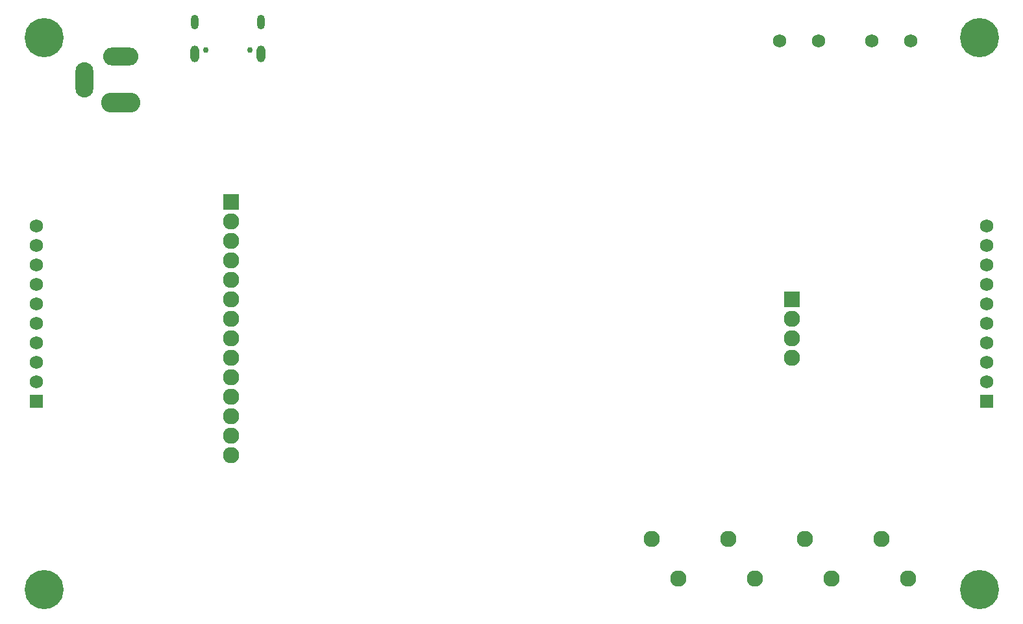
<source format=gbs>
G04*
G04 #@! TF.GenerationSoftware,Altium Limited,Altium Designer,22.8.2 (66)*
G04*
G04 Layer_Color=16711935*
%FSAX25Y25*%
%MOIN*%
G70*
G04*
G04 #@! TF.SameCoordinates,48F98BF4-95A5-4A16-9148-CE3FBF4555CD*
G04*
G04*
G04 #@! TF.FilePolarity,Negative*
G04*
G01*
G75*
%ADD78R,0.06896X0.06896*%
%ADD79C,0.06896*%
%ADD80O,0.04534X0.08668*%
%ADD81O,0.03943X0.07487*%
%ADD82C,0.02959*%
%ADD83O,0.20085X0.10243*%
%ADD84O,0.18117X0.09258*%
%ADD85O,0.09258X0.18117*%
%ADD86C,0.20085*%
%ADD87C,0.08372*%
%ADD88R,0.08372X0.08372*%
D78*
X0397528Y0836988D02*
D03*
X0885717D02*
D03*
D79*
X0397528Y0846988D02*
D03*
Y0856988D02*
D03*
Y0866988D02*
D03*
Y0876988D02*
D03*
Y0886988D02*
D03*
Y0896988D02*
D03*
Y0906988D02*
D03*
Y0916988D02*
D03*
Y0926988D02*
D03*
X0885717Y0846988D02*
D03*
Y0856988D02*
D03*
Y0866988D02*
D03*
Y0876988D02*
D03*
Y0886988D02*
D03*
Y0896988D02*
D03*
Y0906988D02*
D03*
Y0916988D02*
D03*
Y0926988D02*
D03*
X0779171Y1021887D02*
D03*
X0799171D02*
D03*
X0826415D02*
D03*
X0846415D02*
D03*
D80*
X0512961Y1015138D02*
D03*
X0478945D02*
D03*
D81*
X0512961Y1031594D02*
D03*
X0478945D02*
D03*
D82*
X0484575Y1017106D02*
D03*
X0507331D02*
D03*
D83*
X0440835Y0990256D02*
D03*
D84*
Y1013878D02*
D03*
D85*
X0422331Y1002067D02*
D03*
D86*
X0881780Y1023720D02*
D03*
X0401465D02*
D03*
Y0740256D02*
D03*
X0881780D02*
D03*
D87*
X0831583Y0766240D02*
D03*
X0845363Y0745768D02*
D03*
X0792213Y0766240D02*
D03*
X0805993Y0745768D02*
D03*
X0752843Y0766240D02*
D03*
X0766623Y0745768D02*
D03*
X0713473Y0766240D02*
D03*
X0727253Y0745768D02*
D03*
X0497568Y0929114D02*
D03*
Y0919114D02*
D03*
Y0909114D02*
D03*
Y0899114D02*
D03*
Y0889114D02*
D03*
Y0879114D02*
D03*
Y0869114D02*
D03*
Y0859114D02*
D03*
Y0849114D02*
D03*
Y0839114D02*
D03*
Y0829114D02*
D03*
Y0819114D02*
D03*
Y0809114D02*
D03*
X0785678Y0859114D02*
D03*
Y0869114D02*
D03*
Y0879114D02*
D03*
D88*
X0497568Y0939114D02*
D03*
X0785678Y0889114D02*
D03*
M02*

</source>
